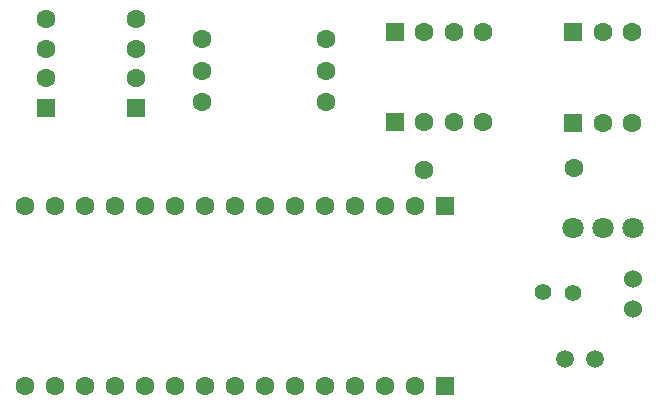
<source format=gtl>
G04 Layer: TopLayer*
G04 EasyEDA v6.5.34, 2023-10-05 18:46:17*
G04 95b8fe5a1411474d91de7b1b8a81d935,93498b55e67a4190998fc8b5c4fdbdff,10*
G04 Gerber Generator version 0.2*
G04 Scale: 100 percent, Rotated: No, Reflected: No *
G04 Dimensions in millimeters *
G04 leading zeros omitted , absolute positions ,4 integer and 5 decimal *
%FSLAX45Y45*%
%MOMM*%

%ADD10C,1.4000*%
%ADD11C,1.5240*%
%ADD12C,1.8000*%
%ADD13C,1.6000*%
%ADD14R,1.6000X1.5240*%
%ADD15R,1.5240X1.6000*%
%ADD16C,1.5000*%
%ADD17R,1.6000X1.6000*%

%LPD*%
D10*
G01*
X5485638Y6232905D03*
G01*
X5740400Y6223000D03*
D11*
G01*
X6248400Y6337300D03*
G01*
X6248400Y6083300D03*
D12*
G01*
X6248400Y6769100D03*
G01*
X5994400Y6769100D03*
G01*
X5740400Y6769100D03*
D13*
G01*
X1282801Y8541105D03*
G01*
X1282801Y8291093D03*
G01*
X1282801Y8041106D03*
D14*
G01*
X1282801Y7791094D03*
D13*
G01*
X2044801Y8541105D03*
G01*
X2044801Y8291093D03*
G01*
X2044801Y8041106D03*
D14*
G01*
X2044801Y7791094D03*
D13*
G01*
X4985207Y7670800D03*
G01*
X4735195Y7670800D03*
G01*
X4485208Y7670800D03*
D15*
G01*
X4235195Y7670800D03*
D13*
G01*
X4985207Y8432800D03*
G01*
X4735195Y8432800D03*
G01*
X4485208Y8432800D03*
D15*
G01*
X4235195Y8432800D03*
G01*
X5744463Y7658100D03*
D13*
G01*
X5994476Y7658100D03*
G01*
X6244463Y7658100D03*
D15*
G01*
X5744463Y8432800D03*
D13*
G01*
X5994476Y8432800D03*
G01*
X6244463Y8432800D03*
D16*
G01*
X5676900Y5664174D03*
G01*
X5930900Y5664174D03*
D13*
G01*
X2599207Y8369300D03*
G01*
X3649218Y8369300D03*
G01*
X2599207Y8102600D03*
G01*
X3649218Y8102600D03*
G01*
X2599207Y7835900D03*
G01*
X3649218Y7835900D03*
D17*
G01*
X4660900Y6959600D03*
D13*
G01*
X4406900Y5435600D03*
G01*
X3898900Y5435600D03*
G01*
X3390900Y5435600D03*
G01*
X2882900Y5435600D03*
G01*
X2374900Y5435600D03*
G01*
X1866900Y5435600D03*
G01*
X1358900Y5435600D03*
G01*
X1104900Y6959600D03*
G01*
X1612900Y6959600D03*
G01*
X2120900Y6959600D03*
G01*
X2628900Y6959600D03*
G01*
X3136900Y6959600D03*
G01*
X3644900Y6959600D03*
G01*
X4152900Y6959600D03*
G01*
X4406900Y6959600D03*
G01*
X3898900Y6959600D03*
G01*
X3390900Y6959600D03*
G01*
X2882900Y6959600D03*
G01*
X2374900Y6959600D03*
G01*
X1866900Y6959600D03*
G01*
X1358900Y6959600D03*
G01*
X1104900Y5435600D03*
G01*
X1612900Y5435600D03*
G01*
X2120900Y5435600D03*
G01*
X2628900Y5435600D03*
G01*
X3136900Y5435600D03*
G01*
X3644900Y5435600D03*
G01*
X4152900Y5435600D03*
D17*
G01*
X4660900Y5435600D03*
D13*
G01*
X4483100Y7264400D03*
G01*
X5753049Y7277100D03*
M02*

</source>
